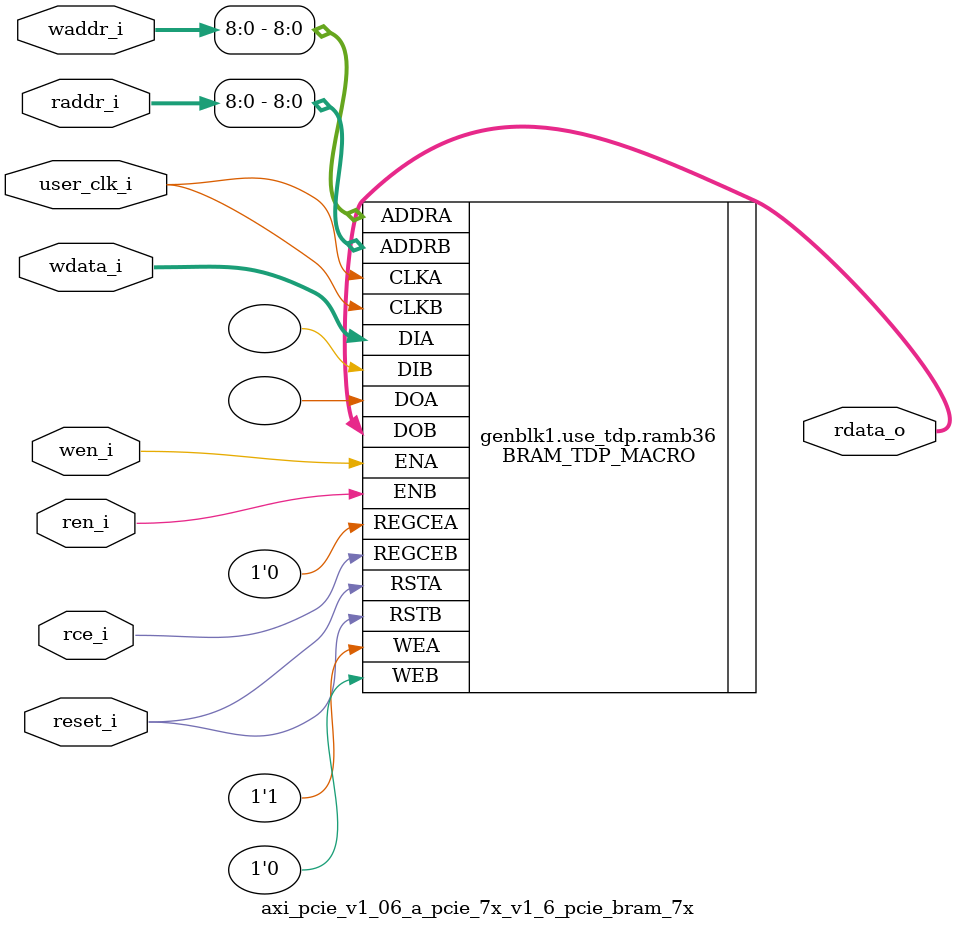
<source format=v>

`timescale 1ps/1ps

module axi_pcie_v1_06_a_pcie_7x_v1_6_pcie_bram_7x
  #(
    parameter [3:0]  LINK_CAP_MAX_LINK_SPEED = 4'h1,        // PCIe Link Speed : 1 - 2.5 GT/s; 2 - 5.0 GT/s
    parameter [5:0]  LINK_CAP_MAX_LINK_WIDTH = 6'h08,       // PCIe Link Width : 1 / 2 / 4 / 8
    parameter IMPL_TARGET = "HARD",                         // the implementation target : HARD, SOFT
    parameter DOB_REG = 0,                                  // 1 - use the output register;
                                                            // 0 - don't use the output register
    parameter WIDTH = 0                                     // supported WIDTH's : 4, 9, 18, 36 - uses RAMB36
                                                            //                     72 - uses RAMB36SDP
    )
    (
     input               user_clk_i,// user clock
     input               reset_i,   // bram reset

     input               wen_i,     // write enable
     input [12:0]        waddr_i,   // write address
     input [WIDTH - 1:0] wdata_i,   // write data

     input               ren_i,     // read enable
     input               rce_i,     // output register clock enable
     input [12:0]        raddr_i,   // read address

     output [WIDTH - 1:0] rdata_o   // read data
     );

   // map the address bits
   localparam ADDR_MSB = ((WIDTH == 4)  ? 12 :
                          (WIDTH == 9)  ? 11 :
                          (WIDTH == 18) ? 10 :
                          (WIDTH == 36) ?  9 :
                                           8
                          );

   // set the width of the tied off low address bits
   localparam ADDR_LO_BITS = ((WIDTH == 4)  ? 2 :
                              (WIDTH == 9)  ? 3 :
                              (WIDTH == 18) ? 4 :
                              (WIDTH == 36) ? 5 :
                                              0 // for WIDTH 72 use RAMB36SDP
                              );

   // map the data bits
   localparam D_MSB =  ((WIDTH == 4)  ?  3 :
                        (WIDTH == 9)  ?  7 :
                        (WIDTH == 18) ? 15 :
                        (WIDTH == 36) ? 31 :
                                        63
                        );

   // map the data parity bits
   localparam DP_LSB =  D_MSB + 1;

   localparam DP_MSB =  ((WIDTH == 4)  ? 4 :
                         (WIDTH == 9)  ? 8 :
                         (WIDTH == 18) ? 17 :
                         (WIDTH == 36) ? 35 :
                                         71
                        );

   localparam DPW = DP_MSB - DP_LSB + 1;
   localparam WRITE_MODE = ((LINK_CAP_MAX_LINK_SPEED == 4'h2) && (LINK_CAP_MAX_LINK_WIDTH == 6'h08)) ?
                                    "WRITE_FIRST" : "NO_CHANGE";

   localparam DEVICE = (IMPL_TARGET == "HARD") ? "7SERIES" : "VIRTEX6";
   localparam BRAM_SIZE = "36Kb";

   localparam WE_WIDTH =(DEVICE == "VIRTEX5" || DEVICE == "VIRTEX6" || DEVICE == "7SERIES") ?
                            ((WIDTH <= 9) ? 1 :
                             (WIDTH > 9 && WIDTH <= 18) ? 2 :
                             (WIDTH > 18 && WIDTH <= 36) ? 4 :
                             (WIDTH > 36 && WIDTH <= 72) ? 8 :
                             (BRAM_SIZE == "18Kb") ? 4 : 8 ) : 8;

   //synthesis translate_off
   initial begin
      //$display("[%t] %m DOB_REG %0d WIDTH %0d ADDR_MSB %0d ADDR_LO_BITS %0d DP_MSB %0d DP_LSB %0d D_MSB %0d",
      //          $time, DOB_REG,   WIDTH,    ADDR_MSB,    ADDR_LO_BITS,    DP_MSB,    DP_LSB,    D_MSB);

      case (WIDTH)
        4,9,18,36,72:;
        default:
          begin
             $display("[%t] %m Error WIDTH %0d not supported", $time, WIDTH);
             $finish;
          end
      endcase // case (WIDTH)
   end
   //synthesis translate_on

   generate
   if ((LINK_CAP_MAX_LINK_WIDTH == 6'h08 && LINK_CAP_MAX_LINK_SPEED == 4'h2) || (WIDTH == 72)) begin : use_sdp
        BRAM_SDP_MACRO #(
               .DEVICE        (DEVICE),
               .BRAM_SIZE     (BRAM_SIZE),
               .DO_REG        (DOB_REG),
               .READ_WIDTH    (WIDTH),
               .WRITE_WIDTH   (WIDTH),
               .WRITE_MODE    (WRITE_MODE)
               )
        ramb36sdp(
               .DO             (rdata_o[WIDTH-1:0]),
               .DI             (wdata_i[WIDTH-1:0]),
               .RDADDR         (raddr_i[ADDR_MSB:0]),
               .RDCLK          (user_clk_i),
               .RDEN           (ren_i),
               .REGCE          (rce_i),
               .RST            (reset_i),
               .WE             ({WE_WIDTH{1'b1}}),
               .WRADDR         (waddr_i[ADDR_MSB:0]),
               .WRCLK          (user_clk_i),
               .WREN           (wen_i)
               );

    end  // block: use_sdp
    else if (WIDTH <= 36) begin : use_tdp
    // use RAMB36's if the width is 4, 9, 18, or 36
        BRAM_TDP_MACRO #(
               .DEVICE        (DEVICE),
               .BRAM_SIZE     (BRAM_SIZE),
               .DOA_REG       (0),
               .DOB_REG       (DOB_REG),
               .READ_WIDTH_A  (WIDTH),
               .READ_WIDTH_B  (WIDTH),
               .WRITE_WIDTH_A (WIDTH),
               .WRITE_WIDTH_B (WIDTH),
               .WRITE_MODE_A  (WRITE_MODE)
               )
        ramb36(
               .DOA            (),
               .DOB            (rdata_o[WIDTH-1:0]),
               .ADDRA          (waddr_i[ADDR_MSB:0]),
               .ADDRB          (raddr_i[ADDR_MSB:0]),
               .CLKA           (user_clk_i),
               .CLKB           (user_clk_i),
               .DIA            (wdata_i[WIDTH-1:0]),
               .DIB            ({WIDTH{1'b0}}),
               .ENA            (wen_i),
               .ENB            (ren_i),
               .REGCEA         (1'b0),
               .REGCEB         (rce_i),
               .RSTA           (reset_i),
               .RSTB           (reset_i),
               .WEA            ({WE_WIDTH{1'b1}}),
               .WEB            ({WE_WIDTH{1'b0}})
               );
   end // block: use_tdp
   endgenerate

endmodule // pcie_bram_7x

</source>
